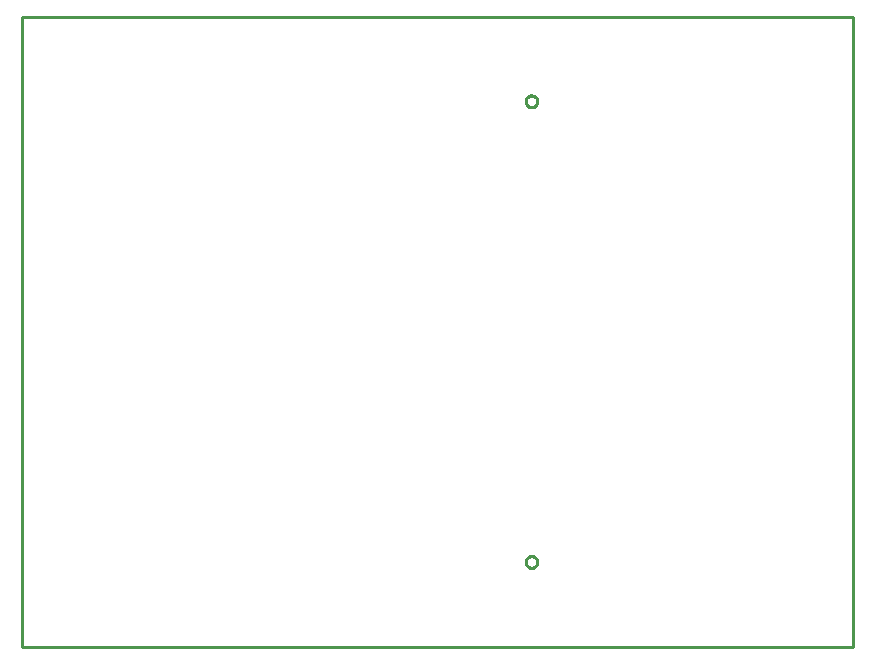
<source format=gbr>
G04 EAGLE Gerber RS-274X export*
G75*
%MOMM*%
%FSLAX34Y34*%
%LPD*%
%IN*%
%IPPOS*%
%AMOC8*
5,1,8,0,0,1.08239X$1,22.5*%
G01*
%ADD10C,0.254000*%


D10*
X0Y0D02*
X703580Y0D01*
X703580Y533400D01*
X0Y533400D01*
X0Y0D01*
X431321Y456700D02*
X431879Y456763D01*
X432426Y456888D01*
X432956Y457073D01*
X433462Y457317D01*
X433938Y457616D01*
X434377Y457966D01*
X434774Y458363D01*
X435124Y458802D01*
X435423Y459278D01*
X435667Y459784D01*
X435852Y460314D01*
X435977Y460861D01*
X436040Y461419D01*
X436040Y461981D01*
X435977Y462539D01*
X435852Y463086D01*
X435667Y463616D01*
X435423Y464122D01*
X435124Y464598D01*
X434774Y465037D01*
X434377Y465434D01*
X433938Y465784D01*
X433462Y466083D01*
X432956Y466327D01*
X432426Y466512D01*
X431879Y466637D01*
X431321Y466700D01*
X430759Y466700D01*
X430201Y466637D01*
X429654Y466512D01*
X429124Y466327D01*
X428618Y466083D01*
X428142Y465784D01*
X427703Y465434D01*
X427306Y465037D01*
X426956Y464598D01*
X426657Y464122D01*
X426413Y463616D01*
X426228Y463086D01*
X426103Y462539D01*
X426040Y461981D01*
X426040Y461419D01*
X426103Y460861D01*
X426228Y460314D01*
X426413Y459784D01*
X426657Y459278D01*
X426956Y458802D01*
X427306Y458363D01*
X427703Y457966D01*
X428142Y457616D01*
X428618Y457317D01*
X429124Y457073D01*
X429654Y456888D01*
X430201Y456763D01*
X430759Y456700D01*
X431321Y456700D01*
X431321Y66700D02*
X431879Y66763D01*
X432426Y66888D01*
X432956Y67073D01*
X433462Y67317D01*
X433938Y67616D01*
X434377Y67966D01*
X434774Y68363D01*
X435124Y68802D01*
X435423Y69278D01*
X435667Y69784D01*
X435852Y70314D01*
X435977Y70861D01*
X436040Y71419D01*
X436040Y71981D01*
X435977Y72539D01*
X435852Y73086D01*
X435667Y73616D01*
X435423Y74122D01*
X435124Y74598D01*
X434774Y75037D01*
X434377Y75434D01*
X433938Y75784D01*
X433462Y76083D01*
X432956Y76327D01*
X432426Y76512D01*
X431879Y76637D01*
X431321Y76700D01*
X430759Y76700D01*
X430201Y76637D01*
X429654Y76512D01*
X429124Y76327D01*
X428618Y76083D01*
X428142Y75784D01*
X427703Y75434D01*
X427306Y75037D01*
X426956Y74598D01*
X426657Y74122D01*
X426413Y73616D01*
X426228Y73086D01*
X426103Y72539D01*
X426040Y71981D01*
X426040Y71419D01*
X426103Y70861D01*
X426228Y70314D01*
X426413Y69784D01*
X426657Y69278D01*
X426956Y68802D01*
X427306Y68363D01*
X427703Y67966D01*
X428142Y67616D01*
X428618Y67317D01*
X429124Y67073D01*
X429654Y66888D01*
X430201Y66763D01*
X430759Y66700D01*
X431321Y66700D01*
M02*

</source>
